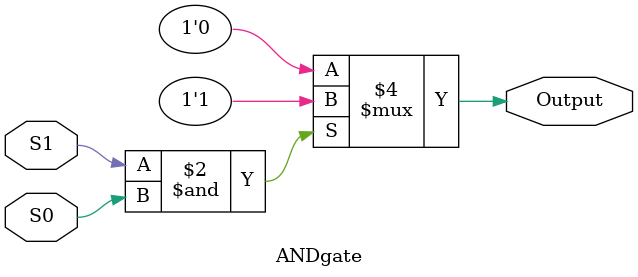
<source format=sv>
module ANDgate(S1,S0,Output);
input logic S1,S0;
output logic Output;
always_comb
begin
if(S1&S0)
Output=1;
else
Output=0;
end
endmodule

</source>
